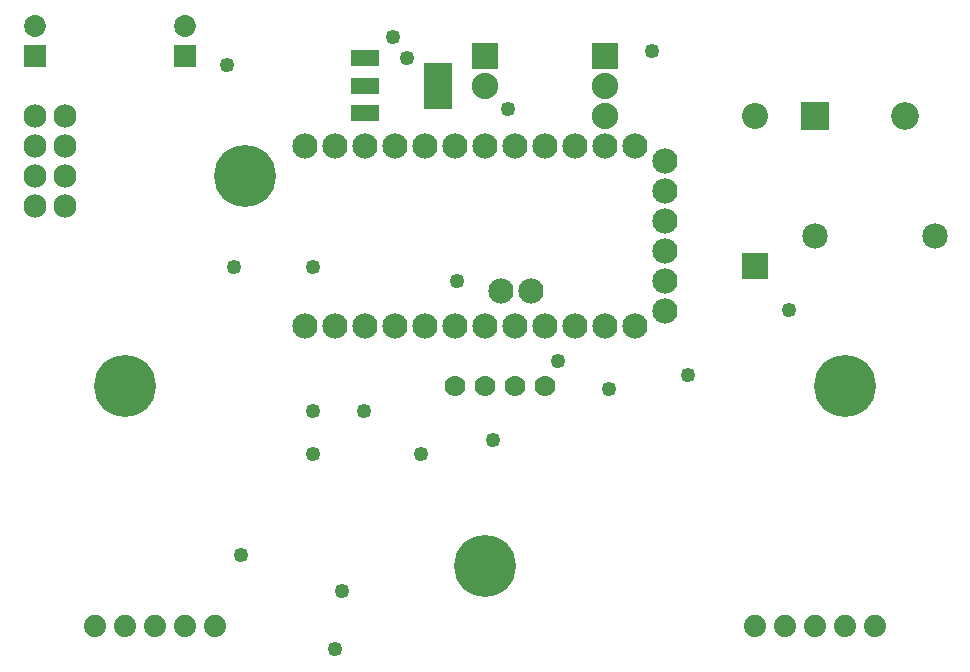
<source format=gts>
G04 MADE WITH FRITZING*
G04 WWW.FRITZING.ORG*
G04 DOUBLE SIDED*
G04 HOLES PLATED*
G04 CONTOUR ON CENTER OF CONTOUR VECTOR*
%ASAXBY*%
%FSLAX23Y23*%
%MOIN*%
%OFA0B0*%
%SFA1.0B1.0*%
%ADD10C,0.206851*%
%ADD11C,0.077278*%
%ADD12C,0.084000*%
%ADD13C,0.087222*%
%ADD14C,0.074000*%
%ADD15C,0.088000*%
%ADD16C,0.070000*%
%ADD17C,0.072992*%
%ADD18C,0.085000*%
%ADD19C,0.092000*%
%ADD20C,0.049370*%
%ADD21R,0.087222X0.087222*%
%ADD22R,0.088000X0.088000*%
%ADD23R,0.098000X0.058000*%
%ADD24R,0.096614X0.151732*%
%ADD25R,0.072992X0.072992*%
%ADD26R,0.092000X0.092000*%
%LNMASK1*%
G90*
G70*
G54D10*
X1639Y339D03*
X839Y1639D03*
X2839Y939D03*
X439Y939D03*
G54D11*
X239Y1839D03*
X239Y1739D03*
X239Y1639D03*
X239Y1539D03*
X139Y1839D03*
X139Y1739D03*
X139Y1639D03*
X139Y1539D03*
G54D12*
X2239Y1189D03*
X2239Y1289D03*
X2239Y1389D03*
X2239Y1489D03*
X2239Y1589D03*
X2239Y1689D03*
X2139Y1139D03*
X2039Y1139D03*
X1939Y1139D03*
X1839Y1139D03*
X1739Y1139D03*
X1794Y1254D03*
X1694Y1254D03*
X1639Y1139D03*
X1539Y1139D03*
X1439Y1139D03*
X1339Y1139D03*
X1239Y1139D03*
X1139Y1139D03*
X1039Y1139D03*
X1039Y1739D03*
X1139Y1739D03*
X1239Y1739D03*
X1339Y1739D03*
X1439Y1739D03*
X1539Y1739D03*
X1639Y1739D03*
X1739Y1739D03*
X1839Y1739D03*
X1939Y1739D03*
X2039Y1739D03*
X2139Y1739D03*
G54D13*
X2539Y1839D03*
X2539Y1339D03*
X2539Y1839D03*
X2539Y1339D03*
G54D14*
X639Y139D03*
X539Y139D03*
X439Y139D03*
X339Y139D03*
X739Y139D03*
X2839Y139D03*
X2739Y139D03*
X2639Y139D03*
X2539Y139D03*
X2939Y139D03*
G54D15*
X1639Y2039D03*
X1639Y1939D03*
G54D16*
X1839Y939D03*
X1739Y939D03*
X1639Y939D03*
X1539Y939D03*
G54D15*
X2039Y2039D03*
X2039Y1939D03*
X2039Y1839D03*
G54D17*
X139Y2039D03*
X139Y2137D03*
G54D18*
X2739Y1439D03*
X3139Y1439D03*
G54D17*
X639Y2039D03*
X639Y2137D03*
G54D19*
X2739Y1839D03*
X3039Y1839D03*
G54D20*
X1548Y1287D03*
X1884Y1023D03*
X1668Y759D03*
X828Y375D03*
X1236Y855D03*
X1068Y711D03*
X1068Y1335D03*
X804Y1335D03*
X1428Y711D03*
X1380Y2031D03*
X1068Y855D03*
X1716Y1863D03*
X1332Y2103D03*
X2316Y975D03*
X1140Y63D03*
X1164Y255D03*
X2052Y927D03*
X2196Y2055D03*
X2652Y1191D03*
X780Y2007D03*
G54D21*
X2539Y1339D03*
X2539Y1339D03*
G54D22*
X1639Y2039D03*
G54D23*
X1239Y2030D03*
X1239Y1939D03*
X1239Y1848D03*
G54D24*
X1483Y1939D03*
G54D22*
X2039Y2039D03*
G54D25*
X139Y2039D03*
X639Y2039D03*
G54D26*
X2739Y1839D03*
G04 End of Mask1*
M02*
</source>
